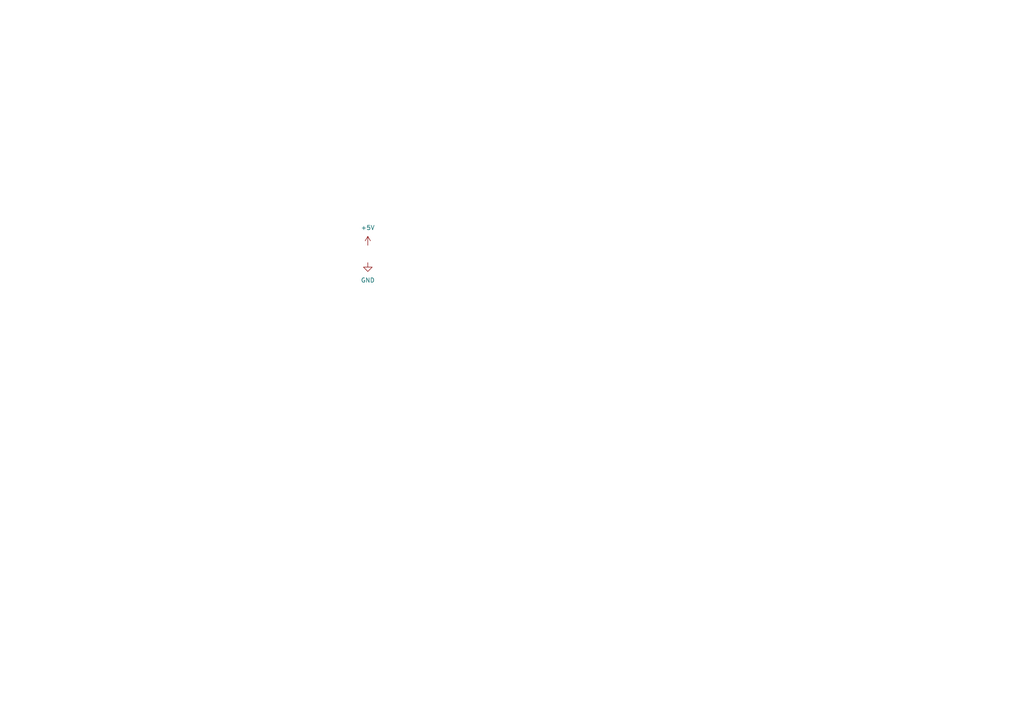
<source format=kicad_sch>
(kicad_sch (version 20231120) (generator "eeschema") (generator_version "8.0")
  (paper "A4")
  (lib_symbols
    (symbol "power:+5V" (power) (pin_numbers hide) (pin_names (offset 0) hide)
      (property "Value" "+5V" (at 0 3.556 0))
      (symbol "+5V_0_1"
        (polyline (pts (xy -0.762 1.27) (xy 0 2.54)))
        (polyline (pts (xy 0 0) (xy 0 2.54)))
        (polyline (pts (xy 0 2.54) (xy 0.762 1.27)))
      )
      (symbol "+5V_1_1"
        (pin power_in line (at 0 0 90) (length 0) (name "~") (number "1"))
      )
    )
    (symbol "power:GND" (power) (pin_numbers hide) (pin_names (offset 0) hide)
      (property "Value" "GND" (at 0 -3.81 0))
      (symbol "GND_0_1"
        (polyline (pts (xy 0 0) (xy 0 -1.27) (xy 1.27 -1.27) (xy 0 -2.54) (xy -1.27 -1.27) (xy 0 -1.27)))
      )
      (symbol "GND_1_1"
        (pin power_in line (at 0 0 270) (length 0) (name "~") (number "1"))
      )
    )
  )
  (symbol (lib_id "power:GND") (at 106.68 76.2 0) (unit 1)
    (property "Reference" "#PWR02" (effects (hide yes)))
    (property "Value" "GND" (at 106.68 81.28 0))
    (property "Description" "Power symbol creates a global label with name \"GND\" , ground" (effects (hide yes)))
  )
  (symbol (lib_id "power:+5V") (at 106.68 71.12 0) (unit 1)
    (property "Reference" "#PWR01" (effects (hide yes)))
    (property "Value" "+5V" (at 106.68 66.04 0))
    (property "Description" "Power symbol creates a global label with name \"+5V\"" (effects (hide yes)))
  )
)
</source>
